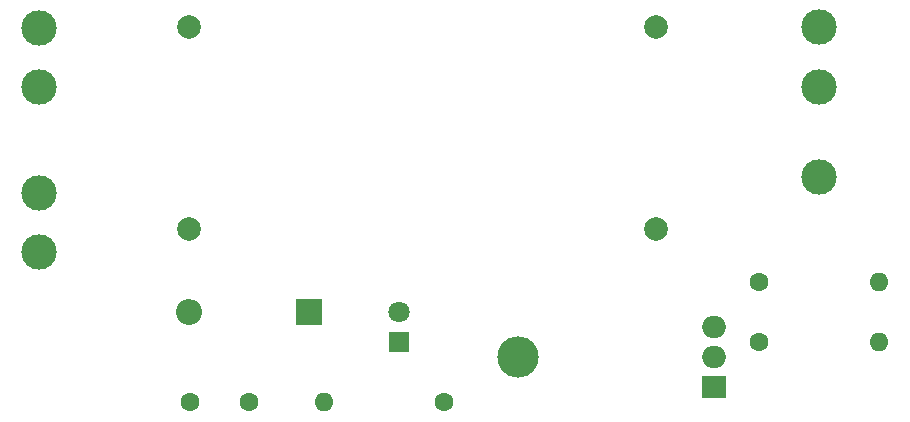
<source format=gbs>
G04 #@! TF.GenerationSoftware,KiCad,Pcbnew,(5.1.9)-1*
G04 #@! TF.CreationDate,2021-12-30T20:04:45+01:00*
G04 #@! TF.ProjectId,Pumpe,50756d70-652e-46b6-9963-61645f706362,rev?*
G04 #@! TF.SameCoordinates,Original*
G04 #@! TF.FileFunction,Soldermask,Bot*
G04 #@! TF.FilePolarity,Negative*
%FSLAX46Y46*%
G04 Gerber Fmt 4.6, Leading zero omitted, Abs format (unit mm)*
G04 Created by KiCad (PCBNEW (5.1.9)-1) date 2021-12-30 20:04:45*
%MOMM*%
%LPD*%
G01*
G04 APERTURE LIST*
%ADD10C,2.000000*%
%ADD11O,1.600000X1.600000*%
%ADD12C,1.600000*%
%ADD13O,2.000000X1.905000*%
%ADD14R,2.000000X1.905000*%
%ADD15O,3.500000X3.500000*%
%ADD16C,3.000000*%
%ADD17C,1.800000*%
%ADD18R,1.800000X1.800000*%
%ADD19O,2.200000X2.200000*%
%ADD20R,2.200000X2.200000*%
G04 APERTURE END LIST*
D10*
X161420000Y-56470000D03*
X161420000Y-39370000D03*
X121920000Y-56470000D03*
X121920000Y-39370000D03*
D11*
X133350000Y-71120000D03*
D12*
X143510000Y-71120000D03*
D11*
X180340000Y-66040000D03*
D12*
X170180000Y-66040000D03*
D11*
X180340000Y-60960000D03*
D12*
X170180000Y-60960000D03*
D13*
X166370000Y-64770000D03*
X166370000Y-67310000D03*
D14*
X166370000Y-69850000D03*
D15*
X149710000Y-67310000D03*
D16*
X175260000Y-44370000D03*
X175260000Y-39370000D03*
X109220000Y-53420000D03*
X109220000Y-58420000D03*
X175260000Y-52070000D03*
X109220000Y-39450000D03*
X109220000Y-44450000D03*
D17*
X139700000Y-63500000D03*
D18*
X139700000Y-66040000D03*
D19*
X121920000Y-63500000D03*
D20*
X132080000Y-63500000D03*
D12*
X122000000Y-71120000D03*
X127000000Y-71120000D03*
M02*

</source>
